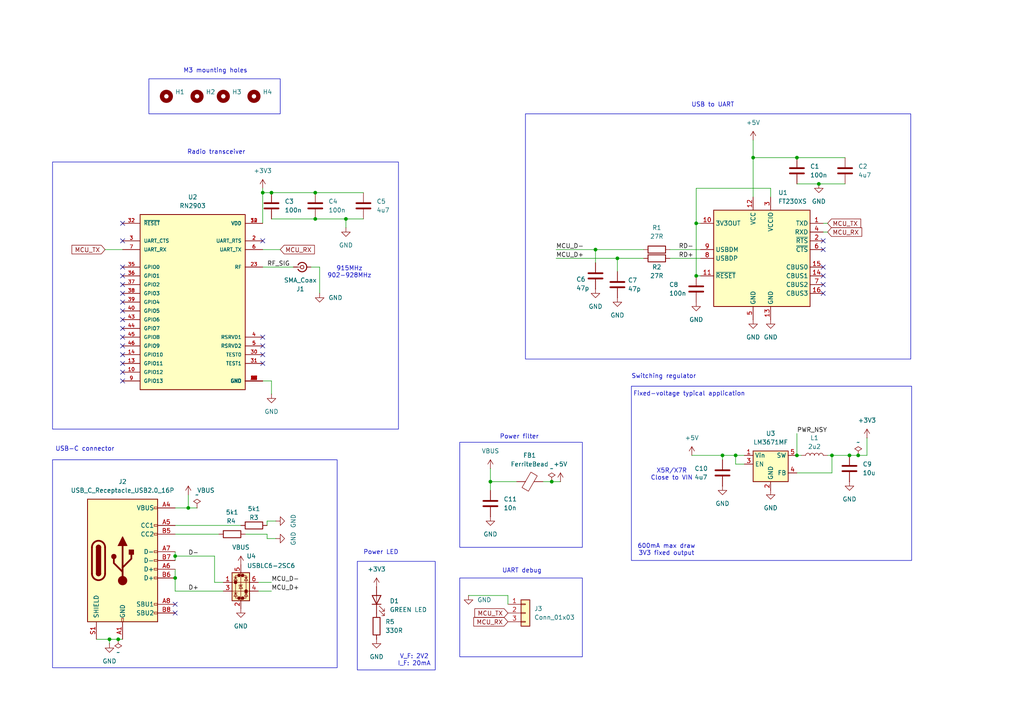
<source format=kicad_sch>
(kicad_sch (version 20231120) (generator "eeschema") (generator_version "8.0")
  (paper "A4")
  (title_block (title "Pygmy Ground Station") (date "2025-01-02") (rev "A") (company "Matteo Golin") (comment 1 "Use JLC04161H-7628"))
  (lib_symbols
    (symbol "Connector:Conn_Coaxial_Small" (pin_numbers hide) (pin_names (offset 1.016) hide)
      (property "Reference" "J" (at 0.254 3.048 0))
      (property "Value" "Conn_Coaxial_Small" (at 0 -3.81 0))
      (symbol "Conn_Coaxial_Small_0_1"
        (polyline (pts (xy -2.54 0) (xy -0.508 0)))
        (circle (center 0 0) (radius 0.508) (stroke (width 0.2032)))
      )
      (symbol "Conn_Coaxial_Small_1_1"
        (arc (start -1.1916 -0.6311) (mid 0.327 -1.3081) (end 1.3484 0.0039) (stroke (width 0.3048)))
        (arc (start 1.3484 -0.0039) (mid 0.327 1.3081) (end -1.1916 0.6311) (stroke (width 0.3048)))
        (pin passive line (at -2.54 0 0) (length 1.27) (name "In") (number "1"))
        (pin passive line (at 2.54 0 180) (length 1.27) (name "Ext") (number "2"))
      )
    )
    (symbol "Connector:USB_C_Receptacle_USB2.0_16P" (pin_names (offset 1.016))
      (property "Reference" "J" (at 0 22.225 0))
      (property "Value" "USB_C_Receptacle_USB2.0_16P" (at 0 19.685 0))
      (symbol "USB_C_Receptacle_USB2.0_16P_0_0"
        (rectangle (start -0.254 -17.78) (end 0.254 -16.764))
        (rectangle (start 10.16 -14.986) (end 9.144 -15.494))
        (rectangle (start 10.16 -12.446) (end 9.144 -12.954))
        (rectangle (start 10.16 -4.826) (end 9.144 -5.334))
        (rectangle (start 10.16 -2.286) (end 9.144 -2.794))
        (rectangle (start 10.16 0.254) (end 9.144 -0.254))
        (rectangle (start 10.16 2.794) (end 9.144 2.286))
        (rectangle (start 10.16 7.874) (end 9.144 7.366))
        (rectangle (start 10.16 10.414) (end 9.144 9.906))
        (rectangle (start 10.16 15.494) (end 9.144 14.986))
      )
      (symbol "USB_C_Receptacle_USB2.0_16P_0_1"
        (rectangle (start -10.16 17.78) (end 10.16 -17.78) (stroke (width 0.254)) (fill (type background)))
        (arc (start -8.89 -3.81) (mid -6.985 -5.7067) (end -5.08 -3.81) (stroke (width 0.508)))
        (arc (start -7.62 -3.81) (mid -6.985 -4.4423) (end -6.35 -3.81) (stroke (width 0.254)))
        (arc (start -7.62 -3.81) (mid -6.985 -4.4423) (end -6.35 -3.81) (stroke (width 0.254)) (fill (type outline)))
        (rectangle (start -7.62 -3.81) (end -6.35 3.81) (stroke (width 0.254)) (fill (type outline)))
        (arc (start -6.35 3.81) (mid -6.985 4.4423) (end -7.62 3.81) (stroke (width 0.254)))
        (arc (start -6.35 3.81) (mid -6.985 4.4423) (end -7.62 3.81) (stroke (width 0.254)) (fill (type outline)))
        (arc (start -5.08 3.81) (mid -6.985 5.7067) (end -8.89 3.81) (stroke (width 0.508)))
        (circle (center -2.54 1.143) (radius 0.635) (stroke (width 0.254)) (fill (type outline)))
        (circle (center 0 -5.842) (radius 1.27) (fill (type outline)))
        (polyline (pts (xy -8.89 -3.81) (xy -8.89 3.81)) (stroke (width 0.508)))
        (polyline (pts (xy -5.08 3.81) (xy -5.08 -3.81)) (stroke (width 0.508)))
        (polyline (pts (xy 0 -5.842) (xy 0 4.318)) (stroke (width 0.508)))
        (polyline (pts (xy 0 -3.302) (xy -2.54 -0.762) (xy -2.54 0.508)) (stroke (width 0.508)))
        (polyline (pts (xy 0 -2.032) (xy 2.54 0.508) (xy 2.54 1.778)) (stroke (width 0.508)))
        (polyline (pts (xy -1.27 4.318) (xy 0 6.858) (xy 1.27 4.318) (xy -1.27 4.318)) (stroke (width 0.254)) (fill (type outline)))
        (rectangle (start 1.905 1.778) (end 3.175 3.048) (stroke (width 0.254)) (fill (type outline)))
      )
      (symbol "USB_C_Receptacle_USB2.0_16P_1_1"
        (pin passive line (at 0 -22.86 90) (length 5.08) (name "GND") (number "A1"))
        (pin passive line (at 0 -22.86 90) (length 5.08) hide (name "GND") (number "A12"))
        (pin passive line (at 15.24 15.24 180) (length 5.08) (name "VBUS") (number "A4"))
        (pin bidirectional line (at 15.24 10.16 180) (length 5.08) (name "CC1") (number "A5"))
        (pin bidirectional line (at 15.24 -2.54 180) (length 5.08) (name "D+") (number "A6"))
        (pin bidirectional line (at 15.24 2.54 180) (length 5.08) (name "D-") (number "A7"))
        (pin bidirectional line (at 15.24 -12.7 180) (length 5.08) (name "SBU1") (number "A8"))
        (pin passive line (at 15.24 15.24 180) (length 5.08) hide (name "VBUS") (number "A9"))
        (pin passive line (at 0 -22.86 90) (length 5.08) hide (name "GND") (number "B1"))
        (pin passive line (at 0 -22.86 90) (length 5.08) hide (name "GND") (number "B12"))
        (pin passive line (at 15.24 15.24 180) (length 5.08) hide (name "VBUS") (number "B4"))
        (pin bidirectional line (at 15.24 7.62 180) (length 5.08) (name "CC2") (number "B5"))
        (pin bidirectional line (at 15.24 -5.08 180) (length 5.08) (name "D+") (number "B6"))
        (pin bidirectional line (at 15.24 0 180) (length 5.08) (name "D-") (number "B7"))
        (pin bidirectional line (at 15.24 -15.24 180) (length 5.08) (name "SBU2") (number "B8"))
        (pin passive line (at 15.24 15.24 180) (length 5.08) hide (name "VBUS") (number "B9"))
        (pin passive line (at -7.62 -22.86 90) (length 5.08) (name "SHIELD") (number "S1"))
      )
    )
    (symbol "Connector_Generic:Conn_01x03" (pin_names (offset 1.016) hide)
      (property "Reference" "J" (at 0 5.08 0))
      (property "Value" "Conn_01x03" (at 0 -5.08 0))
      (symbol "Conn_01x03_1_1"
        (rectangle (start -1.27 -2.413) (end 0 -2.667) (stroke (width 0.1524)))
        (rectangle (start -1.27 0.127) (end 0 -0.127) (stroke (width 0.1524)))
        (rectangle (start -1.27 2.667) (end 0 2.413) (stroke (width 0.1524)))
        (rectangle (start -1.27 3.81) (end 1.27 -3.81) (stroke (width 0.254)) (fill (type background)))
        (pin passive line (at -5.08 2.54 0) (length 3.81) (name "Pin_1") (number "1"))
        (pin passive line (at -5.08 0 0) (length 3.81) (name "Pin_2") (number "2"))
        (pin passive line (at -5.08 -2.54 0) (length 3.81) (name "Pin_3") (number "3"))
      )
    )
    (symbol "Device:C" (pin_numbers hide) (pin_names (offset 0.254))
      (property "Reference" "C" (at 0.635 2.54 0))
      (property "Value" "C" (at 0.635 -2.54 0))
      (symbol "C_0_1"
        (polyline (pts (xy -2.032 -0.762) (xy 2.032 -0.762)) (stroke (width 0.508)))
        (polyline (pts (xy -2.032 0.762) (xy 2.032 0.762)) (stroke (width 0.508)))
      )
      (symbol "C_1_1"
        (pin passive line (at 0 3.81 270) (length 2.794) (name "~") (number "1"))
        (pin passive line (at 0 -3.81 90) (length 2.794) (name "~") (number "2"))
      )
    )
    (symbol "Device:FerriteBead" (pin_numbers hide) (pin_names (offset 0))
      (property "Reference" "FB" (at -3.81 0.635 90))
      (property "Value" "FerriteBead" (at 3.81 0 90))
      (symbol "FerriteBead_0_1"
        (polyline (pts (xy 0 -1.27) (xy 0 -1.2192)))
        (polyline (pts (xy 0 1.27) (xy 0 1.2954)))
        (polyline (pts (xy -2.7686 0.4064) (xy -1.7018 2.2606) (xy 2.7686 -0.3048) (xy 1.6764 -2.159) (xy -2.7686 0.4064)))
      )
      (symbol "FerriteBead_1_1"
        (pin passive line (at 0 3.81 270) (length 2.54) (name "~") (number "1"))
        (pin passive line (at 0 -3.81 90) (length 2.54) (name "~") (number "2"))
      )
    )
    (symbol "Device:L" (pin_numbers hide) (pin_names (offset 1.016) hide)
      (property "Reference" "L" (at -1.27 0 90))
      (property "Value" "L" (at 1.905 0 90))
      (symbol "L_0_1"
        (arc (start 0 -2.54) (mid 0.6323 -1.905) (end 0 -1.27))
        (arc (start 0 -1.27) (mid 0.6323 -0.635) (end 0 0))
        (arc (start 0 0) (mid 0.6323 0.635) (end 0 1.27))
        (arc (start 0 1.27) (mid 0.6323 1.905) (end 0 2.54))
      )
      (symbol "L_1_1"
        (pin passive line (at 0 3.81 270) (length 1.27) (name "1") (number "1"))
        (pin passive line (at 0 -3.81 90) (length 1.27) (name "2") (number "2"))
      )
    )
    (symbol "Device:LED" (pin_numbers hide) (pin_names (offset 1.016) hide)
      (property "Reference" "D" (at 0 2.54 0))
      (property "Value" "LED" (at 0 -2.54 0))
      (symbol "LED_0_1"
        (polyline (pts (xy -1.27 -1.27) (xy -1.27 1.27)) (stroke (width 0.254)))
        (polyline (pts (xy -1.27 0) (xy 1.27 0)))
        (polyline (pts (xy 1.27 -1.27) (xy 1.27 1.27) (xy -1.27 0) (xy 1.27 -1.27)) (stroke (width 0.254)))
        (polyline (pts (xy -3.048 -0.762) (xy -4.572 -2.286) (xy -3.81 -2.286) (xy -4.572 -2.286) (xy -4.572 -1.524)))
        (polyline (pts (xy -1.778 -0.762) (xy -3.302 -2.286) (xy -2.54 -2.286) (xy -3.302 -2.286) (xy -3.302 -1.524)))
      )
      (symbol "LED_1_1"
        (pin passive line (at -3.81 0 0) (length 2.54) (name "K") (number "1"))
        (pin passive line (at 3.81 0 180) (length 2.54) (name "A") (number "2"))
      )
    )
    (symbol "Device:R" (pin_numbers hide) (pin_names (offset 0))
      (property "Reference" "R" (at 2.032 0 90))
      (property "Value" "R" (at 0 0 90))
      (symbol "R_0_1"
        (rectangle (start -1.016 -2.54) (end 1.016 2.54) (stroke (width 0.254)))
      )
      (symbol "R_1_1"
        (pin passive line (at 0 3.81 270) (length 1.27) (name "~") (number "1"))
        (pin passive line (at 0 -3.81 90) (length 1.27) (name "~") (number "2"))
      )
    )
    (symbol "Interface_USB:FT230XS"
      (property "Reference" "U" (at -13.97 15.24 0))
      (property "Value" "FT230XS" (at 7.62 15.24 0))
      (symbol "FT230XS_0_1"
        (rectangle (start -13.97 13.97) (end 13.97 -13.97) (stroke (width 0.254)) (fill (type background)))
      )
      (symbol "FT230XS_1_1"
        (pin output line (at 17.78 10.16 180) (length 3.81) (name "TXD") (number "1"))
        (pin power_out line (at -17.78 10.16 0) (length 3.81) (name "3V3OUT") (number "10"))
        (pin input line (at -17.78 -5.08 0) (length 3.81) (name "~{RESET}") (number "11"))
        (pin power_in line (at -2.54 17.78 270) (length 3.81) (name "VCC") (number "12"))
        (pin power_in line (at 2.54 -17.78 90) (length 3.81) (name "GND") (number "13"))
        (pin bidirectional line (at 17.78 -5.08 180) (length 3.81) (name "CBUS1") (number "14"))
        (pin bidirectional line (at 17.78 -2.54 180) (length 3.81) (name "CBUS0") (number "15"))
        (pin bidirectional line (at 17.78 -10.16 180) (length 3.81) (name "CBUS3") (number "16"))
        (pin output line (at 17.78 5.08 180) (length 3.81) (name "~{RTS}") (number "2"))
        (pin power_in line (at 2.54 17.78 270) (length 3.81) (name "VCCIO") (number "3"))
        (pin input line (at 17.78 7.62 180) (length 3.81) (name "RXD") (number "4"))
        (pin power_in line (at -2.54 -17.78 90) (length 3.81) (name "GND") (number "5"))
        (pin input line (at 17.78 2.54 180) (length 3.81) (name "~{CTS}") (number "6"))
        (pin bidirectional line (at 17.78 -7.62 180) (length 3.81) (name "CBUS2") (number "7"))
        (pin bidirectional line (at -17.78 0 0) (length 3.81) (name "USBDP") (number "8"))
        (pin bidirectional line (at -17.78 2.54 0) (length 3.81) (name "USBDM") (number "9"))
      )
    )
    (symbol "Mechanical:MountingHole" (pin_names (offset 1.016)) (exclude_from_sim yes) (in_bom no)
      (property "Reference" "H" (at 0 5.08 0))
      (property "Value" "MountingHole" (at 0 3.175 0))
      (symbol "MountingHole_0_1"
        (circle (center 0 0) (radius 1.27) (stroke (width 1.27)))
      )
    )
    (symbol "Power_Protection:USBLC6-2SC6" (pin_names hide)
      (property "Reference" "U" (at 0.635 5.715 0))
      (property "Value" "USBLC6-2SC6" (at 0.635 3.81 0))
      (symbol "USBLC6-2SC6_0_0"
        (circle (center -1.524 0) (radius 0.0001) (stroke (width 0.508)))
        (circle (center -0.508 -4.572) (radius 0.0001) (stroke (width 0.508)))
        (circle (center -0.508 2.032) (radius 0.0001) (stroke (width 0.508)))
        (circle (center 0.508 -4.572) (radius 0.0001) (stroke (width 0.508)))
        (circle (center 0.508 2.032) (radius 0.0001) (stroke (width 0.508)))
        (circle (center 1.524 -2.54) (radius 0.0001) (stroke (width 0.508)))
      )
      (symbol "USBLC6-2SC6_0_1"
        (polyline (pts (xy -2.54 -2.54) (xy 2.54 -2.54)))
        (polyline (pts (xy -2.54 0) (xy 2.54 0)))
        (polyline (pts (xy -2.032 -3.048) (xy -1.016 -3.048)))
        (polyline (pts (xy -1.016 1.524) (xy -2.032 1.524)))
        (polyline (pts (xy 1.016 -3.048) (xy 2.032 -3.048)))
        (polyline (pts (xy 1.016 1.524) (xy 2.032 1.524)))
        (polyline (pts (xy -0.508 -1.143) (xy -0.508 -0.762) (xy 0.508 -0.762)))
        (polyline (pts (xy -2.032 0.508) (xy -1.016 0.508) (xy -1.524 1.524) (xy -2.032 0.508)))
        (polyline (pts (xy -1.016 -4.064) (xy -2.032 -4.064) (xy -1.524 -3.048) (xy -1.016 -4.064)))
        (polyline (pts (xy 0.508 -1.778) (xy -0.508 -1.778) (xy 0 -0.762) (xy 0.508 -1.778)))
        (polyline (pts (xy 2.032 -4.064) (xy 1.016 -4.064) (xy 1.524 -3.048) (xy 2.032 -4.064)))
        (polyline (pts (xy 2.032 0.508) (xy 1.016 0.508) (xy 1.524 1.524) (xy 2.032 0.508)))
        (polyline (pts (xy 0 2.54) (xy -0.508 2.032) (xy 0.508 2.032) (xy 0 1.524) (xy 0 -4.064) (xy -0.508 -4.572) (xy 0.508 -4.572) (xy 0 -5.08)))
      )
      (symbol "USBLC6-2SC6_1_1"
        (rectangle (start -2.54 2.794) (end 2.54 -5.334) (stroke (width 0.254)) (fill (type background)))
        (polyline (pts (xy -0.508 2.032) (xy -1.524 2.032) (xy -1.524 -4.572) (xy -0.508 -4.572)))
        (polyline (pts (xy 0.508 -4.572) (xy 1.524 -4.572) (xy 1.524 2.032) (xy 0.508 2.032)))
        (pin passive line (at -5.08 0 0) (length 2.54) (name "I/O1") (number "1"))
        (pin passive line (at 0 -7.62 90) (length 2.54) (name "GND") (number "2"))
        (pin passive line (at -5.08 -2.54 0) (length 2.54) (name "I/O2") (number "3"))
        (pin passive line (at 5.08 -2.54 180) (length 2.54) (name "I/O2") (number "4"))
        (pin passive line (at 0 5.08 270) (length 2.54) (name "VBUS") (number "5"))
        (pin passive line (at 5.08 0 180) (length 2.54) (name "I/O1") (number "6"))
      )
    )
    (symbol "RN2903:RN2903-I_RM095" (pin_names (offset 1.016))
      (property "Reference" "U" (at -15.2553 25.4255 0))
      (property "Value" "RN2903-I_RM095" (at -15.2448 -27.9488 0))
      (symbol "RN2903-I_RM095_0_0"
        (rectangle (start -15.24 -25.4) (end 15.24 25.4) (stroke (width 0.254)) (fill (type background)))
        (pin power_in line (at 20.32 -22.86 180) (length 5.08) (name "GND") (number "1"))
        (pin bidirectional line (at -20.32 -20.32 0) (length 5.08) (name "GPIO12") (number "10"))
        (pin power_in line (at 20.32 -22.86 180) (length 5.08) (name "GND") (number "11"))
        (pin power_in line (at 20.32 22.86 180) (length 5.08) (name "VDD") (number "12"))
        (pin bidirectional line (at -20.32 -17.78 0) (length 5.08) (name "GPIO11") (number "13"))
        (pin bidirectional line (at -20.32 -15.24 0) (length 5.08) (name "GPIO10") (number "14"))
        (pin output line (at 20.32 17.78 180) (length 5.08) (name "UART_RTS") (number "2"))
        (pin power_in line (at 20.32 -22.86 180) (length 5.08) (name "GND") (number "20"))
        (pin power_in line (at 20.32 -22.86 180) (length 5.08) (name "GND") (number "21"))
        (pin power_in line (at 20.32 -22.86 180) (length 5.08) (name "GND") (number "22"))
        (pin passive line (at 20.32 10.16 180) (length 5.08) (name "RF") (number "23"))
        (pin power_in line (at 20.32 -22.86 180) (length 5.08) (name "GND") (number "24"))
        (pin power_in line (at 20.32 -22.86 180) (length 5.08) (name "GND") (number "26"))
        (pin power_in line (at 20.32 -22.86 180) (length 5.08) (name "GND") (number "27"))
        (pin power_in line (at 20.32 -22.86 180) (length 5.08) (name "GND") (number "28"))
        (pin input line (at -20.32 17.78 0) (length 5.08) (name "UART_CTS") (number "3"))
        (pin passive line (at 20.32 -15.24 180) (length 5.08) (name "TEST0") (number "30"))
        (pin passive line (at 20.32 -17.78 180) (length 5.08) (name "TEST1") (number "31"))
        (pin input line (at -20.32 22.86 0) (length 5.08) (name "~{RESET}") (number "32"))
        (pin power_in line (at 20.32 -22.86 180) (length 5.08) (name "GND") (number "33"))
        (pin power_in line (at 20.32 22.86 180) (length 5.08) (name "VDD") (number "34"))
        (pin bidirectional line (at -20.32 10.16 0) (length 5.08) (name "GPIO0") (number "35"))
        (pin bidirectional line (at -20.32 7.62 0) (length 5.08) (name "GPIO1") (number "36"))
        (pin bidirectional line (at -20.32 5.08 0) (length 5.08) (name "GPIO2") (number "37"))
        (pin bidirectional line (at -20.32 2.54 0) (length 5.08) (name "GPIO3") (number "38"))
        (pin bidirectional line (at -20.32 0 0) (length 5.08) (name "GPIO4") (number "39"))
        (pin passive line (at 20.32 -10.16 180) (length 5.08) (name "RSRVD1") (number "4"))
        (pin bidirectional line (at -20.32 -2.54 0) (length 5.08) (name "GPIO5") (number "40"))
        (pin power_in line (at 20.32 -22.86 180) (length 5.08) (name "GND") (number "41"))
        (pin bidirectional line (at -20.32 -5.08 0) (length 5.08) (name "GPIO6") (number "43"))
        (pin bidirectional line (at -20.32 -7.62 0) (length 5.08) (name "GPIO7") (number "44"))
        (pin bidirectional line (at -20.32 -10.16 0) (length 5.08) (name "GPIO8") (number "45"))
        (pin bidirectional line (at -20.32 -12.7 0) (length 5.08) (name "GPIO9") (number "46"))
        (pin power_in line (at 20.32 -22.86 180) (length 5.08) (name "GND") (number "47"))
        (pin passive line (at 20.32 -12.7 180) (length 5.08) (name "RSRVD2") (number "5"))
        (pin output line (at 20.32 15.24 180) (length 5.08) (name "UART_TX") (number "6"))
        (pin input line (at -20.32 15.24 0) (length 5.08) (name "UART_RX") (number "7"))
        (pin power_in line (at 20.32 -22.86 180) (length 5.08) (name "GND") (number "8"))
        (pin bidirectional line (at -20.32 -22.86 0) (length 5.08) (name "GPIO13") (number "9"))
      )
    )
    (symbol "Regulator_Switching:LM3670MF"
      (property "Reference" "U" (at -5.08 5.08 0))
      (property "Value" "LM3670MF" (at 0 5.08 0))
      (symbol "LM3670MF_0_1"
        (rectangle (start -5.08 3.81) (end 5.08 -5.08) (stroke (width 0.254)) (fill (type background)))
      )
      (symbol "LM3670MF_1_1"
        (pin power_in line (at -7.62 2.54 0) (length 2.54) (name "Vin") (number "1"))
        (pin power_in line (at 0 -7.62 90) (length 2.54) (name "GND") (number "2"))
        (pin input line (at -7.62 0 0) (length 2.54) (name "EN") (number "3"))
        (pin input line (at 7.62 -2.54 180) (length 2.54) (name "FB") (number "4"))
        (pin input line (at 7.62 2.54 180) (length 2.54) (name "SW") (number "5"))
      )
    )
    (symbol "power:+3.3V" (power) (pin_numbers hide) (pin_names (offset 0) hide)
      (property "Value" "+3.3V" (at 0 3.556 0))
      (symbol "+3.3V_0_1"
        (polyline (pts (xy -0.762 1.27) (xy 0 2.54)))
        (polyline (pts (xy 0 0) (xy 0 2.54)))
        (polyline (pts (xy 0 2.54) (xy 0.762 1.27)))
      )
      (symbol "+3.3V_1_1"
        (pin power_in line (at 0 0 90) (length 0) (name "~") (number "1"))
      )
    )
    (symbol "power:+3V3" (power) (pin_numbers hide) (pin_names (offset 0) hide)
      (property "Value" "+3V3" (at 0 3.556 0))
      (symbol "+3V3_0_1"
        (polyline (pts (xy -0.762 1.27) (xy 0 2.54)))
        (polyline (pts (xy 0 0) (xy 0 2.54)))
        (polyline (pts (xy 0 2.54) (xy 0.762 1.27)))
      )
      (symbol "+3V3_1_1"
        (pin power_in line (at 0 0 90) (length 0) (name "~") (number "1"))
      )
    )
    (symbol "power:+5V" (power) (pin_numbers hide) (pin_names (offset 0) hide)
      (property "Value" "+5V" (at 0 3.556 0))
      (symbol "+5V_0_1"
        (polyline (pts (xy -0.762 1.27) (xy 0 2.54)))
        (polyline (pts (xy 0 0) (xy 0 2.54)))
        (polyline (pts (xy 0 2.54) (xy 0.762 1.27)))
      )
      (symbol "+5V_1_1"
        (pin power_in line (at 0 0 90) (length 0) (name "~") (number "1"))
      )
    )
    (symbol "power:GND" (power) (pin_numbers hide) (pin_names (offset 0) hide)
      (property "Value" "GND" (at 0 -3.81 0))
      (symbol "GND_0_1"
        (polyline (pts (xy 0 0) (xy 0 -1.27) (xy 1.27 -1.27) (xy 0 -2.54) (xy -1.27 -1.27) (xy 0 -1.27)))
      )
      (symbol "GND_1_1"
        (pin power_in line (at 0 0 270) (length 0) (name "~") (number "1"))
      )
    )
    (symbol "power:PWR_FLAG" (power) (pin_numbers hide) (pin_names (offset 0) hide)
      (property "Value" "PWR_FLAG" (at 0 3.81 0))
      (symbol "PWR_FLAG_0_0"
        (pin power_out line (at 0 0 90) (length 0) (name "~") (number "1"))
      )
      (symbol "PWR_FLAG_0_1"
        (polyline (pts (xy 0 0) (xy 0 1.27) (xy -1.016 1.905) (xy 0 2.54) (xy 1.016 1.905) (xy 0 1.27)))
      )
    )
    (symbol "power:VBUS" (power) (pin_numbers hide) (pin_names (offset 0) hide)
      (property "Value" "VBUS" (at 0 3.556 0))
      (symbol "VBUS_0_1"
        (polyline (pts (xy -0.762 1.27) (xy 0 2.54)))
        (polyline (pts (xy 0 0) (xy 0 2.54)))
        (polyline (pts (xy 0 2.54) (xy 0.762 1.27)))
      )
      (symbol "VBUS_1_1"
        (pin power_in line (at 0 0 90) (length 0) (name "~") (number "1"))
      )
    )
  )
  (junction (at 34.29 185.42))
  (junction (at 78.74 55.88))
  (junction (at 100.33 63.5))
  (junction (at 213.36 132.08))
  (junction (at 54.61 147.32))
  (junction (at 209.55 132.08))
  (junction (at 91.44 63.5))
  (junction (at 179.07 74.93))
  (junction (at 91.44 55.88))
  (junction (at 76.2 55.88))
  (junction (at 31.75 185.42))
  (junction (at 231.14 132.08))
  (junction (at 218.44 45.72))
  (junction (at 201.93 64.77))
  (junction (at 248.92 132.08))
  (junction (at 142.24 139.7))
  (junction (at 241.3 132.08))
  (junction (at 50.8 167.64))
  (junction (at 201.93 80.01))
  (junction (at 246.38 132.08))
  (junction (at 237.49 53.34))
  (junction (at 172.72 72.39))
  (junction (at 160.02 139.7))
  (junction (at 50.8 161.29))
  (junction (at 231.14 45.72))
  (no_connect (at 238.76 77.47))
  (no_connect (at 76.2 97.79))
  (no_connect (at 50.8 175.26))
  (no_connect (at 35.56 77.47))
  (no_connect (at 76.2 100.33))
  (no_connect (at 76.2 69.85))
  (no_connect (at 35.56 90.17))
  (no_connect (at 238.76 85.09))
  (no_connect (at 35.56 64.77))
  (no_connect (at 35.56 82.55))
  (no_connect (at 76.2 102.87))
  (no_connect (at 35.56 80.01))
  (no_connect (at 35.56 107.95))
  (no_connect (at 35.56 92.71))
  (no_connect (at 35.56 97.79))
  (no_connect (at 76.2 105.41))
  (no_connect (at 238.76 72.39))
  (no_connect (at 238.76 80.01))
  (no_connect (at 238.76 69.85))
  (no_connect (at 35.56 105.41))
  (no_connect (at 35.56 95.25))
  (no_connect (at 238.76 82.55))
  (no_connect (at 35.56 100.33))
  (no_connect (at 35.56 69.85))
  (no_connect (at 35.56 102.87))
  (no_connect (at 35.56 110.49))
  (no_connect (at 50.8 177.8))
  (no_connect (at 35.56 87.63))
  (no_connect (at 35.56 85.09))
  (wire (pts (xy 50.8 171.45) (xy 64.77 171.45)))
  (wire (pts (xy 209.55 132.08) (xy 209.55 133.35)))
  (wire (pts (xy 246.38 132.08) (xy 248.92 132.08)))
  (wire (pts (xy 241.3 132.08) (xy 240.03 132.08)))
  (wire (pts (xy 172.72 72.39) (xy 186.69 72.39)))
  (wire (pts (xy 179.07 78.74) (xy 179.07 74.93)))
  (wire (pts (xy 50.8 161.29) (xy 62.23 161.29)))
  (wire (pts (xy 179.07 74.93) (xy 186.69 74.93)))
  (wire (pts (xy 237.49 53.34) (xy 245.11 53.34)))
  (wire (pts (xy 77.47 156.21) (xy 80.01 156.21)))
  (wire (pts (xy 213.36 132.08) (xy 215.9 132.08)))
  (wire (pts (xy 77.47 151.13) (xy 77.47 152.4)))
  (wire (pts (xy 241.3 132.08) (xy 241.3 137.16)))
  (wire (pts (xy 91.44 63.5) (xy 100.33 63.5)))
  (wire (pts (xy 76.2 54.61) (xy 76.2 55.88)))
  (wire (pts (xy 78.74 171.45) (xy 74.93 171.45)))
  (wire (pts (xy 147.32 172.72) (xy 135.89 172.72)))
  (wire (pts (xy 77.47 156.21) (xy 77.47 154.94)))
  (wire (pts (xy 62.23 161.29) (xy 62.23 168.91)))
  (wire (pts (xy 161.29 72.39) (xy 172.72 72.39)))
  (wire (pts (xy 157.48 139.7) (xy 160.02 139.7)))
  (wire (pts (xy 231.14 137.16) (xy 241.3 137.16)))
  (wire (pts (xy 50.8 171.45) (xy 50.8 167.64)))
  (wire (pts (xy 231.14 53.34) (xy 237.49 53.34)))
  (wire (pts (xy 76.2 55.88) (xy 76.2 64.77)))
  (wire (pts (xy 76.2 110.49) (xy 78.74 110.49)))
  (wire (pts (xy 31.75 185.42) (xy 34.29 185.42)))
  (wire (pts (xy 78.74 114.3) (xy 78.74 110.49)))
  (wire (pts (xy 213.36 134.62) (xy 213.36 132.08)))
  (wire (pts (xy 147.32 175.26) (xy 147.32 172.72)))
  (wire (pts (xy 62.23 168.91) (xy 64.77 168.91)))
  (wire (pts (xy 54.61 147.32) (xy 54.61 143.51)))
  (wire (pts (xy 50.8 161.29) (xy 50.8 162.56)))
  (wire (pts (xy 209.55 132.08) (xy 213.36 132.08)))
  (wire (pts (xy 81.28 72.39) (xy 76.2 72.39)))
  (wire (pts (xy 215.9 134.62) (xy 213.36 134.62)))
  (wire (pts (xy 241.3 132.08) (xy 246.38 132.08)))
  (wire (pts (xy 78.74 63.5) (xy 91.44 63.5)))
  (wire (pts (xy 172.72 72.39) (xy 172.72 76.2)))
  (wire (pts (xy 223.52 54.61) (xy 223.52 57.15)))
  (wire (pts (xy 142.24 139.7) (xy 149.86 139.7)))
  (wire (pts (xy 201.93 80.01) (xy 201.93 64.77)))
  (wire (pts (xy 218.44 40.64) (xy 218.44 45.72)))
  (wire (pts (xy 54.61 147.32) (xy 57.15 147.32)))
  (wire (pts (xy 100.33 66.04) (xy 100.33 63.5)))
  (wire (pts (xy 92.71 77.47) (xy 92.71 85.09)))
  (wire (pts (xy 142.24 135.89) (xy 142.24 139.7)))
  (wire (pts (xy 50.8 154.94) (xy 63.5 154.94)))
  (wire (pts (xy 201.93 54.61) (xy 201.93 64.77)))
  (wire (pts (xy 91.44 55.88) (xy 105.41 55.88)))
  (wire (pts (xy 80.01 151.13) (xy 77.47 151.13)))
  (wire (pts (xy 231.14 125.73) (xy 231.14 132.08)))
  (wire (pts (xy 218.44 45.72) (xy 218.44 57.15)))
  (wire (pts (xy 50.8 147.32) (xy 54.61 147.32)))
  (wire (pts (xy 251.46 127) (xy 251.46 132.08)))
  (wire (pts (xy 200.66 132.08) (xy 209.55 132.08)))
  (wire (pts (xy 231.14 45.72) (xy 245.11 45.72)))
  (wire (pts (xy 161.29 74.93) (xy 179.07 74.93)))
  (wire (pts (xy 100.33 63.5) (xy 105.41 63.5)))
  (wire (pts (xy 160.02 139.7) (xy 162.56 139.7)))
  (wire (pts (xy 77.47 154.94) (xy 71.12 154.94)))
  (wire (pts (xy 69.85 152.4) (xy 50.8 152.4)))
  (wire (pts (xy 201.93 54.61) (xy 223.52 54.61)))
  (wire (pts (xy 240.03 67.31) (xy 238.76 67.31)))
  (wire (pts (xy 34.29 185.42) (xy 35.56 185.42)))
  (wire (pts (xy 238.76 64.77) (xy 240.03 64.77)))
  (wire (pts (xy 78.74 168.91) (xy 74.93 168.91)))
  (wire (pts (xy 194.31 74.93) (xy 203.2 74.93)))
  (wire (pts (xy 92.71 77.47) (xy 90.17 77.47)))
  (wire (pts (xy 248.92 132.08) (xy 251.46 132.08)))
  (wire (pts (xy 50.8 161.29) (xy 50.8 160.02)))
  (wire (pts (xy 201.93 64.77) (xy 203.2 64.77)))
  (wire (pts (xy 27.94 185.42) (xy 31.75 185.42)))
  (wire (pts (xy 50.8 165.1) (xy 50.8 167.64)))
  (wire (pts (xy 203.2 80.01) (xy 201.93 80.01)))
  (wire (pts (xy 30.48 72.39) (xy 35.56 72.39)))
  (wire (pts (xy 232.41 132.08) (xy 231.14 132.08)))
  (wire (pts (xy 194.31 72.39) (xy 203.2 72.39)))
  (wire (pts (xy 31.75 186.69) (xy 31.75 185.42)))
  (wire (pts (xy 78.74 55.88) (xy 91.44 55.88)))
  (wire (pts (xy 85.09 77.47) (xy 76.2 77.47)))
  (wire (pts (xy 218.44 45.72) (xy 231.14 45.72)))
  (wire (pts (xy 76.2 55.88) (xy 78.74 55.88)))
  (wire (pts (xy 142.24 142.24) (xy 142.24 139.7)))
  (rectangle (start 103.632 162.814) (end 126.238 194.31))
  (rectangle (start 133.35 128.27) (end 168.91 158.75))
  (rectangle (start 152.4 33.02) (end 264.16 104.14))
  (rectangle (start 43.18 22.86) (end 81.28 33.02))
  (rectangle (start 15.24 133.35) (end 97.79 193.675))
  (rectangle (start 133.35 167.64) (end 168.91 190.5))
  (rectangle (start 15.24 46.99) (end 115.57 124.46))
  (rectangle (start 183.134 112.014) (end 264.414 162.56))
  (text "V_F: 2V2\nI_F: 20mA" (at 120.142 191.516 0) (effects (font (size 1.27 1.27))))
  (text "UART debug" (at 151.384 165.608 0) (effects (font (size 1.27 1.27))))
  (text "Switching regulator" (at 192.532 109.22 0) (effects (font (size 1.27 1.27))))
  (text "Fixed-voltage typical application" (at 199.898 114.3 0) (effects (font (size 1.27 1.27))))
  (text "USB-C connector" (at 24.638 130.302 0) (effects (font (size 1.27 1.27))))
  (text "Power LED" (at 110.49 160.274 0) (effects (font (size 1.27 1.27))))
  (text "Power filter" (at 150.622 126.746 0) (effects (font (size 1.27 1.27))))
  (text "M3 mounting holes" (at 62.484 20.574 0) (effects (font (size 1.27 1.27))))
  (text "Radio transceiver" (at 62.738 44.196 0) (effects (font (size 1.27 1.27))))
  (text "600mA max draw\n3V3 fixed output" (at 193.294 159.512 0) (effects (font (size 1.27 1.27))))
  (text "X5R/X7R\nClose to VIN" (at 194.818 137.668 0) (effects (font (size 1.27 1.27))))
  (text "915MHz\n902-928MHz\n" (at 101.346 78.994 0) (effects (font (size 1.27 1.27))))
  (text "USB to UART" (at 206.756 30.48 0) (effects (font (size 1.27 1.27))))
  (label "PWR_NSY" (at 231.14 125.73 0))
  (label "D-" (at 54.61 161.29 0))
  (label "RF_SIG" (at 77.47 77.47 0))
  (label "MCU_D-" (at 161.29 72.39 0))
  (label "MCU_D+" (at 78.74 171.45 0))
  (label "RD-" (at 196.85 72.39 0))
  (label "RD+" (at 196.85 74.93 0))
  (label "MCU_D-" (at 78.74 168.91 0))
  (label "MCU_D+" (at 161.29 74.93 0))
  (label "D+" (at 54.61 171.45 0))
  (global_label "MCU_RX" (shape input) (at 240.03 67.31 0) (property "Intersheetrefs" "${INTERSHEET_REFS}" (effects (hide yes))))
  (global_label "MCU_RX" (shape input) (at 147.32 180.34 180) (property "Intersheetrefs" "${INTERSHEET_REFS}" (effects (hide yes))))
  (global_label "MCU_TX" (shape input) (at 240.03 64.77 0) (property "Intersheetrefs" "${INTERSHEET_REFS}" (effects (hide yes))))
  (global_label "MCU_TX" (shape input) (at 147.32 177.8 180) (property "Intersheetrefs" "${INTERSHEET_REFS}" (effects (hide yes))))
  (global_label "MCU_TX" (shape input) (at 30.48 72.39 180) (property "Intersheetrefs" "${INTERSHEET_REFS}" (effects (hide yes))))
  (global_label "MCU_RX" (shape input) (at 81.28 72.39 0) (property "Intersheetrefs" "${INTERSHEET_REFS}" (effects (hide yes))))
  (symbol (lib_id "power:+5V") (at 218.44 40.64 0) (unit 1)
    (property "Reference" "#PWR021" (effects (hide yes)))
    (property "Value" "+5V" (at 218.44 35.56 0))
    (property "Description" "Power symbol creates a global label with name \"+5V\"" (effects (hide yes)))
  )
  (symbol (lib_id "power:GND") (at 109.22 185.42 0) (unit 1)
    (property "Reference" "#PWR011" (effects (hide yes)))
    (property "Value" "GND" (at 109.22 190.5 0))
    (property "Description" "Power symbol creates a global label with name \"GND\" , ground" (effects (hide yes)))
  )
  (symbol (lib_id "power:PWR_FLAG") (at 160.02 139.7 0) (unit 1)
    (property "Reference" "#FLG02" (effects (hide yes)))
    (property "Value" "~" (at 160.02 135.89 0))
    (property "Description" "Special symbol for telling ERC where power comes from" (effects (hide yes)))
  )
  (symbol (lib_id "Device:R") (at 190.5 74.93 90) (unit 1)
    (property "Reference" "R2" (at 190.5 77.47 90))
    (property "Value" "27R" (at 190.5 80.01 90))
    (property "Footprint" "Resistor_SMD:R_0402_1005Metric" (effects (hide yes)))
    (property "Datasheet" "https://www.mouser.ca/datasheet/2/315/AOA0000C307-1149632.pdf" (effects (hide yes)))
    (property "Description" "Resistor" (effects (hide yes)))
    (property "MP" "ERA-2AKD270X" (effects (hide yes)))
  )
  (symbol (lib_id "power:GND") (at 201.93 87.63 0) (unit 1)
    (property "Reference" "#PWR025" (effects (hide yes)))
    (property "Value" "GND" (at 201.93 92.71 0))
    (property "Description" "Power symbol creates a global label with name \"GND\" , ground" (effects (hide yes)))
  )
  (symbol (lib_id "power:GND") (at 246.38 139.7 0) (unit 1)
    (property "Reference" "#PWR017" (effects (hide yes)))
    (property "Value" "GND" (at 246.38 144.78 0))
    (property "Description" "Power symbol creates a global label with name \"GND\" , ground" (effects (hide yes)))
  )
  (symbol (lib_id "power:GND") (at 172.72 83.82 0) (unit 1)
    (property "Reference" "#PWR024" (effects (hide yes)))
    (property "Value" "GND" (at 172.72 88.9 0))
    (property "Description" "Power symbol creates a global label with name \"GND\" , ground" (effects (hide yes)))
  )
  (symbol (lib_id "Device:R") (at 190.5 72.39 90) (unit 1)
    (property "Reference" "R1" (at 190.5 66.04 90))
    (property "Value" "27R" (at 190.5 68.58 90))
    (property "Footprint" "Resistor_SMD:R_0402_1005Metric" (effects (hide yes)))
    (property "Datasheet" "https://www.mouser.ca/datasheet/2/315/AOA0000C307-1149632.pdf" (effects (hide yes)))
    (property "Description" "Resistor" (effects (hide yes)))
    (property "MP" "ERA-2AKD270X" (effects (hide yes)))
  )
  (symbol (lib_id "power:+5V") (at 200.66 132.08 0) (unit 1)
    (property "Reference" "#PWR012" (effects (hide yes)))
    (property "Value" "+5V" (at 200.66 127 0))
    (property "Description" "Power symbol creates a global label with name \"+5V\"" (effects (hide yes)))
  )
  (symbol (lib_id "power:GND") (at 237.49 53.34 0) (unit 1)
    (property "Reference" "#PWR022" (effects (hide yes)))
    (property "Value" "GND" (at 237.49 58.42 0))
    (property "Description" "Power symbol creates a global label with name \"GND\" , ground" (effects (hide yes)))
  )
  (symbol (lib_id "Mechanical:MountingHole") (at 73.66 27.94 0) (unit 1) (exclude_from_sim yes) (in_bom no)
    (property "Reference" "H4" (at 76.2 26.6699 0) (effects (justify left)))
    (property "Value" "MountingHole" (effects (hide yes)))
    (property "Footprint" "MountingHole:MountingHole_3.2mm_M3" (effects (hide yes)))
    (property "Description" "Mounting Hole without connection" (effects (hide yes)))
  )
  (symbol (lib_id "power:PWR_FLAG") (at 57.15 147.32 0) (unit 1)
    (property "Reference" "#FLG01" (effects (hide yes)))
    (property "Value" "~" (at 57.15 143.51 0))
    (property "Description" "Special symbol for telling ERC where power comes from" (effects (hide yes)))
  )
  (symbol (lib_id "power:+5V") (at 69.85 163.83 0) (unit 1)
    (property "Reference" "#PWR07" (effects (hide yes)))
    (property "Value" "VBUS" (at 69.85 158.75 0))
    (property "Description" "Power symbol creates a global label with name \"+5V\"" (effects (hide yes)))
  )
  (symbol (lib_id "power:+5V") (at 162.56 139.7 0) (unit 1)
    (property "Reference" "#PWR027" (effects (hide yes)))
    (property "Value" "+5V" (at 162.56 134.62 0))
    (property "Description" "Power symbol creates a global label with name \"+5V\"" (effects (hide yes)))
  )
  (symbol (lib_id "power:VBUS") (at 142.24 135.89 0) (unit 1)
    (property "Reference" "#PWR028" (effects (hide yes)))
    (property "Value" "VBUS" (at 142.24 130.81 0))
    (property "Description" "Power symbol creates a global label with name \"VBUS\"" (effects (hide yes)))
  )
  (symbol (lib_id "power:GND") (at 142.24 149.86 0) (unit 1)
    (property "Reference" "#PWR026" (effects (hide yes)))
    (property "Value" "GND" (at 142.24 154.94 0))
    (property "Description" "Power symbol creates a global label with name \"GND\" , ground" (effects (hide yes)))
  )
  (symbol (lib_id "Device:C") (at 172.72 80.01 0) (unit 1)
    (property "Reference" "C6" (at 167.132 81.026 0) (effects (justify left)))
    (property "Value" "47p" (at 167.132 83.566 0) (effects (justify left)))
    (property "Footprint" "Capacitor_SMD:C_0402_1005Metric" (effects (hide yes)))
    (property "Description" "Unpolarized capacitor" (effects (hide yes)))
    (property "MP" "C0402C470K3RACAUTO" (effects (hide yes)))
  )
  (symbol (lib_id "Device:C") (at 246.38 135.89 0) (unit 1)
    (property "Reference" "C9" (at 250.19 134.6199 0) (effects (justify left)))
    (property "Value" "10u" (at 250.19 137.1599 0) (effects (justify left)))
    (property "Footprint" "Capacitor_SMD:C_0603_1608Metric" (effects (hide yes)))
    (property "Datasheet" "https://product.tdk.com/system/files/dam/doc/product/capacitor/ceramic/mlcc/catalog/mlcc_commercial_general_en.pdf?ref_disty=mouser" (effects (hide yes)))
    (property "Description" "Unpolarized capacitor" (effects (hide yes)))
    (property "MP" "C1608X5R0J106K080AB" (effects (hide yes)))
  )
  (symbol (lib_id "Connector_Generic:Conn_01x03") (at 152.4 177.8 0) (unit 1)
    (property "Reference" "J3" (at 154.94 176.5299 0) (effects (justify left)))
    (property "Value" "Conn_01x03" (at 154.94 179.0699 0) (effects (justify left)))
    (property "Footprint" "Connector_PinHeader_2.54mm:PinHeader_1x03_P2.54mm_Vertical" (effects (hide yes)))
    (property "Datasheet" "https://www.mouser.ca/datasheet/2/18/68000-1266375.pdf" (effects (hide yes)))
    (property "Description" "Generic connector, single row, 01x03, script generated (kicad-library-utils/schlib/autogen/connector/)" (effects (hide yes)))
    (property "MP" "78511-203HLF" (effects (hide yes)))
  )
  (symbol (lib_id "power:GND") (at 80.01 151.13 90) (unit 1)
    (property "Reference" "#PWR05" (effects (hide yes)))
    (property "Value" "GND" (at 85.09 151.13 0))
    (property "Description" "Power symbol creates a global label with name \"GND\" , ground" (effects (hide yes)))
  )
  (symbol (lib_id "power:GND") (at 78.74 114.3 0) (unit 1)
    (property "Reference" "#PWR014" (effects (hide yes)))
    (property "Value" "GND" (at 78.74 119.38 0))
    (property "Description" "Power symbol creates a global label with name \"GND\" , ground" (effects (hide yes)))
  )
  (symbol (lib_id "Device:C") (at 91.44 59.69 0) (unit 1)
    (property "Reference" "C4" (at 95.25 58.4199 0) (effects (justify left)))
    (property "Value" "100n" (at 95.25 60.9599 0) (effects (justify left)))
    (property "Footprint" "Capacitor_SMD:C_0402_1005Metric" (effects (hide yes)))
    (property "Datasheet" "https://www.mouser.ca/datasheet/2/281/1/GRM155R61A104KA01_02A-1983866.pdf" (effects (hide yes)))
    (property "Description" "Unpolarized capacitor" (effects (hide yes)))
    (property "MP" "GRM155R61A104KA01J " (effects (hide yes)))
  )
  (symbol (lib_id "power:GND") (at 135.89 172.72 0) (unit 1)
    (property "Reference" "#PWR015" (effects (hide yes)))
    (property "Value" "GND" (at 138.43 173.9899 0) (effects (justify left)))
    (property "Description" "Power symbol creates a global label with name \"GND\" , ground" (effects (hide yes)))
  )
  (symbol (lib_id "Mechanical:MountingHole") (at 48.26 27.94 0) (unit 1) (exclude_from_sim yes) (in_bom no)
    (property "Reference" "H1" (at 50.8 26.6699 0) (effects (justify left)))
    (property "Value" "MountingHole" (effects (hide yes)))
    (property "Footprint" "MountingHole:MountingHole_3.2mm_M3" (effects (hide yes)))
    (property "Description" "Mounting Hole without connection" (effects (hide yes)))
  )
  (symbol (lib_id "power:+5V") (at 54.61 143.51 0) (unit 1)
    (property "Reference" "#PWR04" (effects (hide yes)))
    (property "Value" "VBUS" (at 57.15 142.2399 0) (effects (justify left)))
    (property "Description" "Power symbol creates a global label with name \"+5V\"" (effects (hide yes)))
  )
  (symbol (lib_id "power:GND") (at 100.33 66.04 0) (unit 1)
    (property "Reference" "#PWR02" (effects (hide yes)))
    (property "Value" "GND" (at 100.33 71.12 0))
    (property "Description" "Power symbol creates a global label with name \"GND\" , ground" (effects (hide yes)))
  )
  (symbol (lib_id "Device:R") (at 109.22 181.61 0) (unit 1)
    (property "Reference" "R5" (at 111.76 180.3399 0) (effects (justify left)))
    (property "Value" "330R" (at 111.76 182.8799 0) (effects (justify left)))
    (property "Footprint" "Resistor_SMD:R_0402_1005Metric" (effects (hide yes)))
    (property "Datasheet" "https://www.we-online.com/components/products/datasheet/560112110231.pdf" (effects (hide yes)))
    (property "Description" "Resistor" (effects (hide yes)))
    (property "MP" "560112110231" (effects (hide yes)))
  )
  (symbol (lib_id "RN2903:RN2903-I_RM095") (at 55.88 87.63 0) (unit 1)
    (property "Reference" "U2" (at 55.88 57.15 0))
    (property "Value" "RN2903" (at 55.88 59.69 0))
    (property "Footprint" "RF_Module:RN2903" (effects (hide yes)))
    (property "Datasheet" "https://www.mouser.ca/datasheet/2/268/RN2903_Low_Power_Long_Range_LoRa_Technology_Transc-3444753.pdf" (effects (hide yes)))
    (property "MF" "Microchip" (effects (hide yes)))
    (property "Description_1" "\n                        \n                            General ISM < 1GHz LoRa™ Transceiver Module 915MHz Antenna Not Included, SMA Surface Mount\n                        \n" (effects (hide yes)))
    (property "Package" "Module Microchip" (effects (hide yes)))
    (property "Price" "None" (effects (hide yes)))
    (property "Check_prices" "https://www.snapeda.com/parts/RN2903-I/RM095/Microchip/view-part/?ref=eda" (effects (hide yes)))
    (property "SnapEDA_Link" "https://www.snapeda.com/parts/RN2903-I/RM095/Microchip/view-part/?ref=snap" (effects (hide yes)))
    (property "MP" "RN2903A-I/RMSA103" (effects (hide yes)))
    (property "Availability" "In Stock" (effects (hide yes)))
    (property "MANUFACTURER" "Microchip" (effects (hide yes)))
  )
  (symbol (lib_id "power:GND") (at 209.55 140.97 0) (unit 1)
    (property "Reference" "#PWR018" (effects (hide yes)))
    (property "Value" "GND" (at 209.55 146.05 0))
    (property "Description" "Power symbol creates a global label with name \"GND\" , ground" (effects (hide yes)))
  )
  (symbol (lib_id "Interface_USB:FT230XS") (at 220.98 74.93 0) (unit 1)
    (property "Reference" "U1" (at 225.7141 55.88 0) (effects (justify left)))
    (property "Value" "FT230XS" (at 225.7141 58.42 0) (effects (justify left)))
    (property "Footprint" "Package_SO:SSOP-16_3.9x4.9mm_P0.635mm" (effects (hide yes)))
    (property "Datasheet" "https://www.ftdichip.com/Support/Documents/DataSheets/ICs/DS_FT230X.pdf" (effects (hide yes)))
    (property "Description" "Full Speed USB to Basic UART, SSOP-16" (effects (hide yes)))
    (property "MP" "FT230XS-R" (effects (hide yes)))
  )
  (symbol (lib_id "Device:C") (at 201.93 83.82 0) (unit 1)
    (property "Reference" "C8" (at 194.056 82.55 0) (effects (justify left)))
    (property "Value" "100n" (at 194.056 85.09 0) (effects (justify left)))
    (property "Footprint" "Capacitor_SMD:C_0402_1005Metric" (effects (hide yes)))
    (property "Datasheet" "https://www.mouser.ca/datasheet/2/281/1/GRM155R61A104KA01_02A-1983866.pdf" (effects (hide yes)))
    (property "Description" "Unpolarized capacitor" (effects (hide yes)))
    (property "MP" "GRM155R61A104KA01J " (effects (hide yes)))
  )
  (symbol (lib_id "Device:C") (at 209.55 137.16 0) (unit 1)
    (property "Reference" "C10" (at 201.422 135.89 0) (effects (justify left)))
    (property "Value" "4u7" (at 201.422 138.43 0) (effects (justify left)))
    (property "Footprint" "Capacitor_SMD:C_0603_1608Metric" (effects (hide yes)))
    (property "Datasheet" "https://www.mouser.ca/datasheet/2/447/KEM_C1023_X7R_AUTO_SMD-3316698.pdf" (effects (hide yes)))
    (property "Description" "Unpolarized capacitor" (effects (hide yes)))
    (property "MP" "CGA3E1X5R0J475K080AC" (effects (hide yes)))
  )
  (symbol (lib_id "Device:R") (at 73.66 152.4 90) (unit 1)
    (property "Reference" "R3" (at 73.66 150.114 90))
    (property "Value" "5k1" (at 73.66 147.574 90))
    (property "Footprint" "Resistor_SMD:R_0402_1005Metric" (effects (hide yes)))
    (property "Datasheet" "https://www.vishay.com/doc?28705" (effects (hide yes)))
    (property "Description" "Resistor" (effects (hide yes)))
    (property "MP" "MCS04020C5101FE000" (effects (hide yes)))
  )
  (symbol (lib_id "Device:LED") (at 109.22 173.99 90) (unit 1)
    (property "Reference" "D1" (at 113.03 174.3074 90) (effects (justify right)))
    (property "Value" "GREEN LED" (at 113.03 176.8474 90) (effects (justify right)))
    (property "Footprint" "LED_SMD:LED_0805_2012Metric" (effects (hide yes)))
    (property "Datasheet" "https://www.mouser.ca/datasheet/2/588/prd_pim_datasheet_2191277_EN_pdf-3419125.pdf" (effects (hide yes)))
    (property "Description" "Light emitting diode" (effects (hide yes)))
    (property "MP" "LG R971-KN-1" (effects (hide yes)))
  )
  (symbol (lib_id "Device:C") (at 142.24 146.05 0) (unit 1)
    (property "Reference" "C11" (at 146.05 144.7799 0) (effects (justify left)))
    (property "Value" "10n" (at 146.05 147.3199 0) (effects (justify left)))
    (property "Footprint" "Capacitor_SMD:C_0402_1005Metric" (effects (hide yes)))
    (property "Datasheet" "https://www.mouser.ca/datasheet/2/40/AutoMLCCKAM-3216307.pdf" (effects (hide yes)))
    (property "Description" "Unpolarized capacitor" (effects (hide yes)))
    (property "MP" "KAM05AR71E103KH" (effects (hide yes)))
  )
  (symbol (lib_id "power:GND") (at 223.52 92.71 0) (unit 1)
    (property "Reference" "#PWR020" (effects (hide yes)))
    (property "Value" "GND" (at 223.52 97.79 0))
    (property "Description" "Power symbol creates a global label with name \"GND\" , ground" (effects (hide yes)))
  )
  (symbol (lib_id "Mechanical:MountingHole") (at 64.77 27.94 0) (unit 1) (exclude_from_sim yes) (in_bom no)
    (property "Reference" "H3" (at 67.31 26.6699 0) (effects (justify left)))
    (property "Value" "MountingHole" (effects (hide yes)))
    (property "Footprint" "MountingHole:MountingHole_3.2mm_M3" (effects (hide yes)))
    (property "Description" "Mounting Hole without connection" (effects (hide yes)))
  )
  (symbol (lib_id "power:GND") (at 223.52 142.24 0) (unit 1)
    (property "Reference" "#PWR019" (effects (hide yes)))
    (property "Value" "GND" (at 223.52 147.32 0))
    (property "Description" "Power symbol creates a global label with name \"GND\" , ground" (effects (hide yes)))
  )
  (symbol (lib_id "power:GND") (at 218.44 92.71 0) (unit 1)
    (property "Reference" "#PWR016" (effects (hide yes)))
    (property "Value" "GND" (at 218.44 97.79 0))
    (property "Description" "Power symbol creates a global label with name \"GND\" , ground" (effects (hide yes)))
  )
  (symbol (lib_id "Device:C") (at 105.41 59.69 0) (unit 1)
    (property "Reference" "C5" (at 109.22 58.4199 0) (effects (justify left)))
    (property "Value" "4u7" (at 109.22 60.9599 0) (effects (justify left)))
    (property "Footprint" "Capacitor_SMD:C_0603_1608Metric" (effects (hide yes)))
    (property "Datasheet" "https://www.mouser.ca/datasheet/2/447/KEM_C1023_X7R_AUTO_SMD-3316698.pdf" (effects (hide yes)))
    (property "Description" "Unpolarized capacitor" (effects (hide yes)))
    (property "MP" "CGA3E1X5R0J475K080AC" (effects (hide yes)))
  )
  (symbol (lib_id "power:GND") (at 92.71 85.09 0) (unit 1)
    (property "Reference" "#PWR03" (effects (hide yes)))
    (property "Value" "GND" (at 95.25 86.3599 0) (effects (justify left)))
    (property "Description" "Power symbol creates a global label with name \"GND\" , ground" (effects (hide yes)))
  )
  (symbol (lib_id "Device:C") (at 245.11 49.53 0) (unit 1)
    (property "Reference" "C2" (at 248.92 48.2599 0) (effects (justify left)))
    (property "Value" "4u7" (at 248.92 50.7999 0) (effects (justify left)))
    (property "Footprint" "Capacitor_SMD:C_0603_1608Metric" (effects (hide yes)))
    (property "Datasheet" "https://www.mouser.ca/datasheet/2/447/KEM_C1023_X7R_AUTO_SMD-3316698.pdf" (effects (hide yes)))
    (property "Description" "Unpolarized capacitor" (effects (hide yes)))
    (property "MP" "CGA3E1X5R0J475K080AC" (effects (hide yes)))
  )
  (symbol (lib_id "power:+3V3") (at 109.22 170.18 0) (unit 1)
    (property "Reference" "#PWR010" (effects (hide yes)))
    (property "Value" "+3V3" (at 109.22 165.1 0))
    (property "Description" "Power symbol creates a global label with name \"+3V3\"" (effects (hide yes)))
  )
  (symbol (lib_id "power:GND") (at 69.85 176.53 0) (unit 1)
    (property "Reference" "#PWR08" (effects (hide yes)))
    (property "Value" "GND" (at 69.85 181.61 0))
    (property "Description" "Power symbol creates a global label with name \"GND\" , ground" (effects (hide yes)))
  )
  (symbol (lib_id "Mechanical:MountingHole") (at 57.15 27.94 0) (unit 1) (exclude_from_sim yes) (in_bom no)
    (property "Reference" "H2" (at 59.69 26.6699 0) (effects (justify left)))
    (property "Value" "MountingHole" (effects (hide yes)))
    (property "Footprint" "MountingHole:MountingHole_3.2mm_M3" (effects (hide yes)))
    (property "Description" "Mounting Hole without connection" (effects (hide yes)))
  )
  (symbol (lib_id "power:+3V3") (at 251.46 127 0) (unit 1)
    (property "Reference" "#PWR013" (effects (hide yes)))
    (property "Value" "+3V3" (at 251.46 121.92 0))
    (property "Description" "Power symbol creates a global label with name \"+3V3\"" (effects (hide yes)))
  )
  (symbol (lib_id "Regulator_Switching:LM3670MF") (at 223.52 134.62 0) (unit 1)
    (property "Reference" "U3" (at 223.52 125.73 0))
    (property "Value" "LM3671MF" (at 223.52 128.27 0))
    (property "Footprint" "Package_TO_SOT_SMD:TSOT-23-5" (effects (hide yes)))
    (property "Datasheet" "http://www.ti.com/lit/ds/symlink/lm3670.pdf" (effects (hide yes)))
    (property "Description" "Miniature Step-Down DC-DC Converter for Ultralow Voltage Circuits, 2.5V < Vin < 5.5V, adjustable output voltage, SOT-23-5" (effects (hide yes)))
    (property "MP" "LM3671MF-3.3/NOPB" (effects (hide yes)))
  )
  (symbol (lib_id "power:PWR_FLAG") (at 248.92 132.08 0) (unit 1)
    (property "Reference" "#FLG03" (effects (hide yes)))
    (property "Value" "~" (at 248.92 128.27 0))
    (property "Description" "Special symbol for telling ERC where power comes from" (effects (hide yes)))
  )
  (symbol (lib_id "power:PWR_FLAG") (at 34.29 185.42 180) (unit 1)
    (property "Reference" "#FLG04" (effects (hide yes)))
    (property "Value" "~" (at 34.29 189.23 0))
    (property "Description" "Special symbol for telling ERC where power comes from" (effects (hide yes)))
  )
  (symbol (lib_id "Connector:Conn_Coaxial_Small") (at 87.63 77.47 0) (unit 1)
    (property "Reference" "J1" (at 87.1105 83.82 0))
    (property "Value" "SMA_Coax" (at 87.1105 81.28 0))
    (property "Footprint" "Connector_Coaxial:SMA_Molex_73251-1153_EdgeMount_Horizontal" (effects (hide yes)))
    (property "Datasheet" "https://www.mouser.ca/datasheet/2/418/9/ENG_CD_2484637_A-3480023.pdf" (effects (hide yes)))
    (property "Description" "small coaxial connector (BNC, SMA, SMB, SMC, Cinch/RCA, LEMO, ...)" (effects (hide yes)))
    (property "MP" "2484637-1" (effects (hide yes)))
  )
  (symbol (lib_id "power:GND") (at 179.07 86.36 0) (unit 1)
    (property "Reference" "#PWR023" (effects (hide yes)))
    (property "Value" "GND" (at 179.07 91.44 0))
    (property "Description" "Power symbol creates a global label with name \"GND\" , ground" (effects (hide yes)))
  )
  (symbol (lib_id "Power_Protection:USBLC6-2SC6") (at 69.85 168.91 0) (unit 1)
    (property "Reference" "U4" (at 71.5011 161.29 0) (effects (justify left)))
    (property "Value" "USBLC6-2SC6" (at 71.628 164.084 0) (effects (justify left)))
    (property "Footprint" "Package_TO_SOT_SMD:SOT-23-6" (effects (hide yes)))
    (property "Datasheet" "https://www.st.com/resource/en/datasheet/usblc6-2.pdf" (effects (hide yes)))
    (property "Description" "Very low capacitance ESD protection diode, 2 data-line, SOT-23-6" (effects (hide yes)))
    (property "MP" "USBLC6-2SC6" (effects (hide yes)))
  )
  (symbol (lib_id "Device:C") (at 231.14 49.53 0) (unit 1)
    (property "Reference" "C1" (at 234.95 48.2599 0) (effects (justify left)))
    (property "Value" "100n" (at 234.95 50.7999 0) (effects (justify left)))
    (property "Footprint" "Capacitor_SMD:C_0402_1005Metric" (effects (hide yes)))
    (property "Datasheet" "https://www.mouser.ca/datasheet/2/281/1/GRM155R61A104KA01_02A-1983866.pdf" (effects (hide yes)))
    (property "Description" "Unpolarized capacitor" (effects (hide yes)))
    (property "MP" "GRM155R61A104KA01J " (effects (hide yes)))
  )
  (symbol (lib_id "Connector:USB_C_Receptacle_USB2.0_16P") (at 35.56 162.56 0) (unit 1)
    (property "Reference" "J2" (at 35.56 139.7 0))
    (property "Value" "USB_C_Receptacle_USB2.0_16P" (at 35.56 142.24 0))
    (property "Footprint" "Connector_USB:USB_C_Receptacle_GCT_USB4105-xx-A_16P_TopMnt_Horizontal" (effects (hide yes)))
    (property "Datasheet" "https://www.mouser.ca/datasheet/2/837/usb4215-3472997.pdf" (effects (hide yes)))
    (property "Description" "USB 2.0-only 16P Type-C Receptacle connector" (effects (hide yes)))
    (property "MP" "USB4215-03-A" (effects (hide yes)))
  )
  (symbol (lib_id "Device:L") (at 236.22 132.08 90) (unit 1)
    (property "Reference" "L1" (at 236.22 127 90))
    (property "Value" "2u2" (at 236.22 129.54 90))
    (property "Footprint" "LPO3310-222MLC:LPO3310222MLC" (effects (hide yes)))
    (property "Datasheet" "https://www.mouser.ca/datasheet/2/597/lpo3310-463438.pdf" (effects (hide yes)))
    (property "Description" "Inductor" (effects (hide yes)))
    (property "MP" "LPO3310-222MLC" (effects (hide yes)))
  )
  (symbol (lib_id "power:GND") (at 31.75 186.69 0) (unit 1)
    (property "Reference" "#PWR09" (effects (hide yes)))
    (property "Value" "GND" (at 31.75 191.77 0))
    (property "Description" "Power symbol creates a global label with name \"GND\" , ground" (effects (hide yes)))
  )
  (symbol (lib_id "Device:C") (at 179.07 82.55 0) (unit 1)
    (property "Reference" "C7" (at 182.118 81.28 0) (effects (justify left)))
    (property "Value" "47p" (at 182.118 83.82 0) (effects (justify left)))
    (property "Footprint" "Capacitor_SMD:C_0402_1005Metric" (effects (hide yes)))
    (property "Description" "Unpolarized capacitor" (effects (hide yes)))
    (property "MP" "C0402C470K3RACAUTO" (effects (hide yes)))
  )
  (symbol (lib_id "Device:R") (at 67.31 154.94 90) (unit 1)
    (property "Reference" "R4" (at 67.056 151.13 90))
    (property "Value" "5k1" (at 67.31 148.59 90))
    (property "Footprint" "Resistor_SMD:R_0402_1005Metric" (effects (hide yes)))
    (property "Datasheet" "https://www.vishay.com/doc?28705" (effects (hide yes)))
    (property "Description" "Resistor" (effects (hide yes)))
    (property "MP" "MCS04020C5101FE000" (effects (hide yes)))
  )
  (symbol (lib_id "Device:C") (at 78.74 59.69 0) (unit 1)
    (property "Reference" "C3" (at 82.55 58.4199 0) (effects (justify left)))
    (property "Value" "100n" (at 82.55 60.9599 0) (effects (justify left)))
    (property "Footprint" "Capacitor_SMD:C_0402_1005Metric" (effects (hide yes)))
    (property "Datasheet" "https://www.mouser.ca/datasheet/2/281/1/GRM155R61A104KA01_02A-1983866.pdf" (effects (hide yes)))
    (property "Description" "Unpolarized capacitor" (effects (hide yes)))
    (property "MP" "GRM155R61A104KA01J " (effects (hide yes)))
  )
  (symbol (lib_id "Device:FerriteBead") (at 153.67 139.7 90) (unit 1)
    (property "Reference" "FB1" (at 153.6192 132.08 90))
    (property "Value" "FerriteBead" (at 153.6192 134.62 90))
    (property "Footprint" "Inductor_SMD:L_0805_2012Metric" (effects (hide yes)))
    (property "Datasheet" "https://www.mouser.ca/datasheet/2/987/mi0805k601r_10_datasheet-2947150.pdf" (effects (hide yes)))
    (property "Description" "Ferrite bead" (effects (hide yes)))
    (property "MP" "MI0805K601R-10" (effects (hide yes)))
  )
  (symbol (lib_id "power:GND") (at 80.01 156.21 90) (unit 1)
    (property "Reference" "#PWR06" (effects (hide yes)))
    (property "Value" "GND" (at 85.09 156.21 0))
    (property "Description" "Power symbol creates a global label with name \"GND\" , ground" (effects (hide yes)))
  )
  (symbol (lib_id "power:+3.3V") (at 76.2 54.61 0) (unit 1)
    (property "Reference" "#PWR01" (effects (hide yes)))
    (property "Value" "+3V3" (at 76.2 49.53 0))
    (property "Description" "Power symbol creates a global label with name \"+3.3V\"" (effects (hide yes)))
  )
)
</source>
